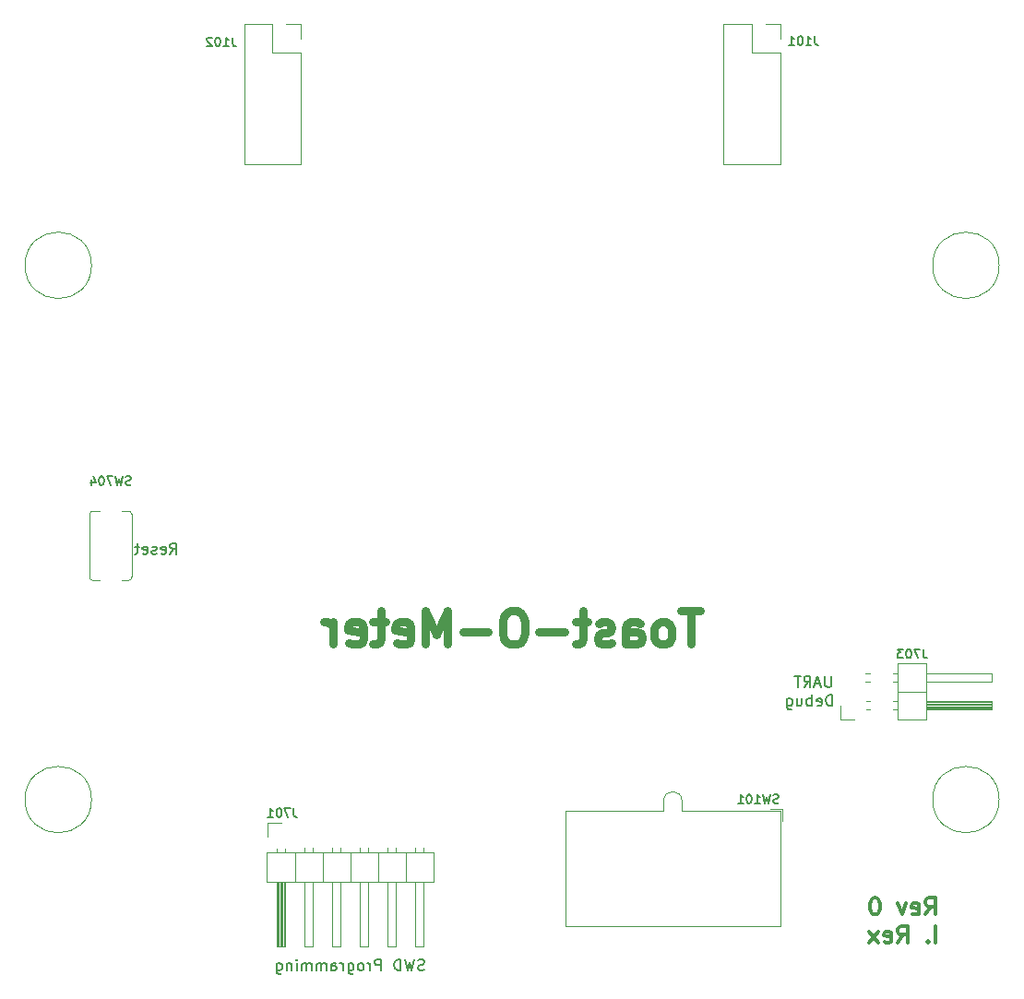
<source format=gbr>
%TF.GenerationSoftware,KiCad,Pcbnew,(5.1.6-0-10_14)*%
%TF.CreationDate,2020-11-20T20:27:55-06:00*%
%TF.ProjectId,Breadboard_DMM,42726561-6462-46f6-9172-645f444d4d2e,rev?*%
%TF.SameCoordinates,Original*%
%TF.FileFunction,Legend,Bot*%
%TF.FilePolarity,Positive*%
%FSLAX46Y46*%
G04 Gerber Fmt 4.6, Leading zero omitted, Abs format (unit mm)*
G04 Created by KiCad (PCBNEW (5.1.6-0-10_14)) date 2020-11-20 20:27:55*
%MOMM*%
%LPD*%
G01*
G04 APERTURE LIST*
%ADD10C,0.762000*%
%ADD11C,0.304800*%
%ADD12C,0.203200*%
%ADD13C,0.120000*%
G04 APERTURE END LIST*
D10*
X161925000Y-104883857D02*
X160183285Y-104883857D01*
X161054142Y-107931857D02*
X161054142Y-104883857D01*
X158731857Y-107931857D02*
X159022142Y-107786714D01*
X159167285Y-107641571D01*
X159312428Y-107351285D01*
X159312428Y-106480428D01*
X159167285Y-106190142D01*
X159022142Y-106045000D01*
X158731857Y-105899857D01*
X158296428Y-105899857D01*
X158006142Y-106045000D01*
X157861000Y-106190142D01*
X157715857Y-106480428D01*
X157715857Y-107351285D01*
X157861000Y-107641571D01*
X158006142Y-107786714D01*
X158296428Y-107931857D01*
X158731857Y-107931857D01*
X155103285Y-107931857D02*
X155103285Y-106335285D01*
X155248428Y-106045000D01*
X155538714Y-105899857D01*
X156119285Y-105899857D01*
X156409571Y-106045000D01*
X155103285Y-107786714D02*
X155393571Y-107931857D01*
X156119285Y-107931857D01*
X156409571Y-107786714D01*
X156554714Y-107496428D01*
X156554714Y-107206142D01*
X156409571Y-106915857D01*
X156119285Y-106770714D01*
X155393571Y-106770714D01*
X155103285Y-106625571D01*
X153797000Y-107786714D02*
X153506714Y-107931857D01*
X152926142Y-107931857D01*
X152635857Y-107786714D01*
X152490714Y-107496428D01*
X152490714Y-107351285D01*
X152635857Y-107061000D01*
X152926142Y-106915857D01*
X153361571Y-106915857D01*
X153651857Y-106770714D01*
X153797000Y-106480428D01*
X153797000Y-106335285D01*
X153651857Y-106045000D01*
X153361571Y-105899857D01*
X152926142Y-105899857D01*
X152635857Y-106045000D01*
X151619857Y-105899857D02*
X150458714Y-105899857D01*
X151184428Y-104883857D02*
X151184428Y-107496428D01*
X151039285Y-107786714D01*
X150749000Y-107931857D01*
X150458714Y-107931857D01*
X149442714Y-106770714D02*
X147120428Y-106770714D01*
X145088428Y-104883857D02*
X144507857Y-104883857D01*
X144217571Y-105029000D01*
X143927285Y-105319285D01*
X143782142Y-105899857D01*
X143782142Y-106915857D01*
X143927285Y-107496428D01*
X144217571Y-107786714D01*
X144507857Y-107931857D01*
X145088428Y-107931857D01*
X145378714Y-107786714D01*
X145669000Y-107496428D01*
X145814142Y-106915857D01*
X145814142Y-105899857D01*
X145669000Y-105319285D01*
X145378714Y-105029000D01*
X145088428Y-104883857D01*
X142475857Y-106770714D02*
X140153571Y-106770714D01*
X138702142Y-107931857D02*
X138702142Y-104883857D01*
X137686142Y-107061000D01*
X136670142Y-104883857D01*
X136670142Y-107931857D01*
X134057571Y-107786714D02*
X134347857Y-107931857D01*
X134928428Y-107931857D01*
X135218714Y-107786714D01*
X135363857Y-107496428D01*
X135363857Y-106335285D01*
X135218714Y-106045000D01*
X134928428Y-105899857D01*
X134347857Y-105899857D01*
X134057571Y-106045000D01*
X133912428Y-106335285D01*
X133912428Y-106625571D01*
X135363857Y-106915857D01*
X133041571Y-105899857D02*
X131880428Y-105899857D01*
X132606142Y-104883857D02*
X132606142Y-107496428D01*
X132461000Y-107786714D01*
X132170714Y-107931857D01*
X131880428Y-107931857D01*
X129703285Y-107786714D02*
X129993571Y-107931857D01*
X130574142Y-107931857D01*
X130864428Y-107786714D01*
X131009571Y-107496428D01*
X131009571Y-106335285D01*
X130864428Y-106045000D01*
X130574142Y-105899857D01*
X129993571Y-105899857D01*
X129703285Y-106045000D01*
X129558142Y-106335285D01*
X129558142Y-106625571D01*
X131009571Y-106915857D01*
X128251857Y-107931857D02*
X128251857Y-105899857D01*
X128251857Y-106480428D02*
X128106714Y-106190142D01*
X127961571Y-106045000D01*
X127671285Y-105899857D01*
X127381000Y-105899857D01*
D11*
X182606405Y-132744028D02*
X183114405Y-132018314D01*
X183477262Y-132744028D02*
X183477262Y-131220028D01*
X182896691Y-131220028D01*
X182751548Y-131292600D01*
X182678977Y-131365171D01*
X182606405Y-131510314D01*
X182606405Y-131728028D01*
X182678977Y-131873171D01*
X182751548Y-131945742D01*
X182896691Y-132018314D01*
X183477262Y-132018314D01*
X181372691Y-132671457D02*
X181517834Y-132744028D01*
X181808120Y-132744028D01*
X181953262Y-132671457D01*
X182025834Y-132526314D01*
X182025834Y-131945742D01*
X181953262Y-131800600D01*
X181808120Y-131728028D01*
X181517834Y-131728028D01*
X181372691Y-131800600D01*
X181300120Y-131945742D01*
X181300120Y-132090885D01*
X182025834Y-132236028D01*
X180792120Y-131728028D02*
X180429262Y-132744028D01*
X180066405Y-131728028D01*
X178034405Y-131220028D02*
X177889262Y-131220028D01*
X177744120Y-131292600D01*
X177671548Y-131365171D01*
X177598977Y-131510314D01*
X177526405Y-131800600D01*
X177526405Y-132163457D01*
X177598977Y-132453742D01*
X177671548Y-132598885D01*
X177744120Y-132671457D01*
X177889262Y-132744028D01*
X178034405Y-132744028D01*
X178179548Y-132671457D01*
X178252120Y-132598885D01*
X178324691Y-132453742D01*
X178397262Y-132163457D01*
X178397262Y-131800600D01*
X178324691Y-131510314D01*
X178252120Y-131365171D01*
X178179548Y-131292600D01*
X178034405Y-131220028D01*
X183549834Y-135334828D02*
X183549834Y-133810828D01*
X182824120Y-135189685D02*
X182751548Y-135262257D01*
X182824120Y-135334828D01*
X182896691Y-135262257D01*
X182824120Y-135189685D01*
X182824120Y-135334828D01*
X180066405Y-135334828D02*
X180574405Y-134609114D01*
X180937262Y-135334828D02*
X180937262Y-133810828D01*
X180356691Y-133810828D01*
X180211548Y-133883400D01*
X180138977Y-133955971D01*
X180066405Y-134101114D01*
X180066405Y-134318828D01*
X180138977Y-134463971D01*
X180211548Y-134536542D01*
X180356691Y-134609114D01*
X180937262Y-134609114D01*
X178832691Y-135262257D02*
X178977834Y-135334828D01*
X179268120Y-135334828D01*
X179413262Y-135262257D01*
X179485834Y-135117114D01*
X179485834Y-134536542D01*
X179413262Y-134391400D01*
X179268120Y-134318828D01*
X178977834Y-134318828D01*
X178832691Y-134391400D01*
X178760120Y-134536542D01*
X178760120Y-134681685D01*
X179485834Y-134826828D01*
X178252120Y-135334828D02*
X177453834Y-134318828D01*
X178252120Y-134318828D02*
X177453834Y-135334828D01*
D12*
X113271904Y-99646619D02*
X113610571Y-99162809D01*
X113852476Y-99646619D02*
X113852476Y-98630619D01*
X113465428Y-98630619D01*
X113368666Y-98679000D01*
X113320285Y-98727380D01*
X113271904Y-98824142D01*
X113271904Y-98969285D01*
X113320285Y-99066047D01*
X113368666Y-99114428D01*
X113465428Y-99162809D01*
X113852476Y-99162809D01*
X112449428Y-99598238D02*
X112546190Y-99646619D01*
X112739714Y-99646619D01*
X112836476Y-99598238D01*
X112884857Y-99501476D01*
X112884857Y-99114428D01*
X112836476Y-99017666D01*
X112739714Y-98969285D01*
X112546190Y-98969285D01*
X112449428Y-99017666D01*
X112401047Y-99114428D01*
X112401047Y-99211190D01*
X112884857Y-99307952D01*
X112014000Y-99598238D02*
X111917238Y-99646619D01*
X111723714Y-99646619D01*
X111626952Y-99598238D01*
X111578571Y-99501476D01*
X111578571Y-99453095D01*
X111626952Y-99356333D01*
X111723714Y-99307952D01*
X111868857Y-99307952D01*
X111965619Y-99259571D01*
X112014000Y-99162809D01*
X112014000Y-99114428D01*
X111965619Y-99017666D01*
X111868857Y-98969285D01*
X111723714Y-98969285D01*
X111626952Y-99017666D01*
X110756095Y-99598238D02*
X110852857Y-99646619D01*
X111046380Y-99646619D01*
X111143142Y-99598238D01*
X111191523Y-99501476D01*
X111191523Y-99114428D01*
X111143142Y-99017666D01*
X111046380Y-98969285D01*
X110852857Y-98969285D01*
X110756095Y-99017666D01*
X110707714Y-99114428D01*
X110707714Y-99211190D01*
X111191523Y-99307952D01*
X110417428Y-98969285D02*
X110030380Y-98969285D01*
X110272285Y-98630619D02*
X110272285Y-99501476D01*
X110223904Y-99598238D01*
X110127142Y-99646619D01*
X110030380Y-99646619D01*
X136591523Y-137825238D02*
X136446380Y-137873619D01*
X136204476Y-137873619D01*
X136107714Y-137825238D01*
X136059333Y-137776857D01*
X136010952Y-137680095D01*
X136010952Y-137583333D01*
X136059333Y-137486571D01*
X136107714Y-137438190D01*
X136204476Y-137389809D01*
X136398000Y-137341428D01*
X136494761Y-137293047D01*
X136543142Y-137244666D01*
X136591523Y-137147904D01*
X136591523Y-137051142D01*
X136543142Y-136954380D01*
X136494761Y-136906000D01*
X136398000Y-136857619D01*
X136156095Y-136857619D01*
X136010952Y-136906000D01*
X135672285Y-136857619D02*
X135430380Y-137873619D01*
X135236857Y-137147904D01*
X135043333Y-137873619D01*
X134801428Y-136857619D01*
X134414380Y-137873619D02*
X134414380Y-136857619D01*
X134172476Y-136857619D01*
X134027333Y-136906000D01*
X133930571Y-137002761D01*
X133882190Y-137099523D01*
X133833809Y-137293047D01*
X133833809Y-137438190D01*
X133882190Y-137631714D01*
X133930571Y-137728476D01*
X134027333Y-137825238D01*
X134172476Y-137873619D01*
X134414380Y-137873619D01*
X132624285Y-137873619D02*
X132624285Y-136857619D01*
X132237238Y-136857619D01*
X132140476Y-136906000D01*
X132092095Y-136954380D01*
X132043714Y-137051142D01*
X132043714Y-137196285D01*
X132092095Y-137293047D01*
X132140476Y-137341428D01*
X132237238Y-137389809D01*
X132624285Y-137389809D01*
X131608285Y-137873619D02*
X131608285Y-137196285D01*
X131608285Y-137389809D02*
X131559904Y-137293047D01*
X131511523Y-137244666D01*
X131414761Y-137196285D01*
X131318000Y-137196285D01*
X130834190Y-137873619D02*
X130930952Y-137825238D01*
X130979333Y-137776857D01*
X131027714Y-137680095D01*
X131027714Y-137389809D01*
X130979333Y-137293047D01*
X130930952Y-137244666D01*
X130834190Y-137196285D01*
X130689047Y-137196285D01*
X130592285Y-137244666D01*
X130543904Y-137293047D01*
X130495523Y-137389809D01*
X130495523Y-137680095D01*
X130543904Y-137776857D01*
X130592285Y-137825238D01*
X130689047Y-137873619D01*
X130834190Y-137873619D01*
X129624666Y-137196285D02*
X129624666Y-138018761D01*
X129673047Y-138115523D01*
X129721428Y-138163904D01*
X129818190Y-138212285D01*
X129963333Y-138212285D01*
X130060095Y-138163904D01*
X129624666Y-137825238D02*
X129721428Y-137873619D01*
X129914952Y-137873619D01*
X130011714Y-137825238D01*
X130060095Y-137776857D01*
X130108476Y-137680095D01*
X130108476Y-137389809D01*
X130060095Y-137293047D01*
X130011714Y-137244666D01*
X129914952Y-137196285D01*
X129721428Y-137196285D01*
X129624666Y-137244666D01*
X129140857Y-137873619D02*
X129140857Y-137196285D01*
X129140857Y-137389809D02*
X129092476Y-137293047D01*
X129044095Y-137244666D01*
X128947333Y-137196285D01*
X128850571Y-137196285D01*
X128076476Y-137873619D02*
X128076476Y-137341428D01*
X128124857Y-137244666D01*
X128221619Y-137196285D01*
X128415142Y-137196285D01*
X128511904Y-137244666D01*
X128076476Y-137825238D02*
X128173238Y-137873619D01*
X128415142Y-137873619D01*
X128511904Y-137825238D01*
X128560285Y-137728476D01*
X128560285Y-137631714D01*
X128511904Y-137534952D01*
X128415142Y-137486571D01*
X128173238Y-137486571D01*
X128076476Y-137438190D01*
X127592666Y-137873619D02*
X127592666Y-137196285D01*
X127592666Y-137293047D02*
X127544285Y-137244666D01*
X127447523Y-137196285D01*
X127302380Y-137196285D01*
X127205619Y-137244666D01*
X127157238Y-137341428D01*
X127157238Y-137873619D01*
X127157238Y-137341428D02*
X127108857Y-137244666D01*
X127012095Y-137196285D01*
X126866952Y-137196285D01*
X126770190Y-137244666D01*
X126721809Y-137341428D01*
X126721809Y-137873619D01*
X126238000Y-137873619D02*
X126238000Y-137196285D01*
X126238000Y-137293047D02*
X126189619Y-137244666D01*
X126092857Y-137196285D01*
X125947714Y-137196285D01*
X125850952Y-137244666D01*
X125802571Y-137341428D01*
X125802571Y-137873619D01*
X125802571Y-137341428D02*
X125754190Y-137244666D01*
X125657428Y-137196285D01*
X125512285Y-137196285D01*
X125415523Y-137244666D01*
X125367142Y-137341428D01*
X125367142Y-137873619D01*
X124883333Y-137873619D02*
X124883333Y-137196285D01*
X124883333Y-136857619D02*
X124931714Y-136906000D01*
X124883333Y-136954380D01*
X124834952Y-136906000D01*
X124883333Y-136857619D01*
X124883333Y-136954380D01*
X124399523Y-137196285D02*
X124399523Y-137873619D01*
X124399523Y-137293047D02*
X124351142Y-137244666D01*
X124254380Y-137196285D01*
X124109238Y-137196285D01*
X124012476Y-137244666D01*
X123964095Y-137341428D01*
X123964095Y-137873619D01*
X123044857Y-137196285D02*
X123044857Y-138018761D01*
X123093238Y-138115523D01*
X123141619Y-138163904D01*
X123238380Y-138212285D01*
X123383523Y-138212285D01*
X123480285Y-138163904D01*
X123044857Y-137825238D02*
X123141619Y-137873619D01*
X123335142Y-137873619D01*
X123431904Y-137825238D01*
X123480285Y-137776857D01*
X123528666Y-137680095D01*
X123528666Y-137389809D01*
X123480285Y-137293047D01*
X123431904Y-137244666D01*
X123335142Y-137196285D01*
X123141619Y-137196285D01*
X123044857Y-137244666D01*
X173965809Y-110848019D02*
X173965809Y-111670495D01*
X173917428Y-111767257D01*
X173869047Y-111815638D01*
X173772285Y-111864019D01*
X173578761Y-111864019D01*
X173482000Y-111815638D01*
X173433619Y-111767257D01*
X173385238Y-111670495D01*
X173385238Y-110848019D01*
X172949809Y-111573733D02*
X172466000Y-111573733D01*
X173046571Y-111864019D02*
X172707904Y-110848019D01*
X172369238Y-111864019D01*
X171450000Y-111864019D02*
X171788666Y-111380209D01*
X172030571Y-111864019D02*
X172030571Y-110848019D01*
X171643523Y-110848019D01*
X171546761Y-110896400D01*
X171498380Y-110944780D01*
X171450000Y-111041542D01*
X171450000Y-111186685D01*
X171498380Y-111283447D01*
X171546761Y-111331828D01*
X171643523Y-111380209D01*
X172030571Y-111380209D01*
X171159714Y-110848019D02*
X170579142Y-110848019D01*
X170869428Y-111864019D02*
X170869428Y-110848019D01*
X174038380Y-113591219D02*
X174038380Y-112575219D01*
X173796476Y-112575219D01*
X173651333Y-112623600D01*
X173554571Y-112720361D01*
X173506190Y-112817123D01*
X173457809Y-113010647D01*
X173457809Y-113155790D01*
X173506190Y-113349314D01*
X173554571Y-113446076D01*
X173651333Y-113542838D01*
X173796476Y-113591219D01*
X174038380Y-113591219D01*
X172635333Y-113542838D02*
X172732095Y-113591219D01*
X172925619Y-113591219D01*
X173022380Y-113542838D01*
X173070761Y-113446076D01*
X173070761Y-113059028D01*
X173022380Y-112962266D01*
X172925619Y-112913885D01*
X172732095Y-112913885D01*
X172635333Y-112962266D01*
X172586952Y-113059028D01*
X172586952Y-113155790D01*
X173070761Y-113252552D01*
X172151523Y-113591219D02*
X172151523Y-112575219D01*
X172151523Y-112962266D02*
X172054761Y-112913885D01*
X171861238Y-112913885D01*
X171764476Y-112962266D01*
X171716095Y-113010647D01*
X171667714Y-113107409D01*
X171667714Y-113397695D01*
X171716095Y-113494457D01*
X171764476Y-113542838D01*
X171861238Y-113591219D01*
X172054761Y-113591219D01*
X172151523Y-113542838D01*
X170796857Y-112913885D02*
X170796857Y-113591219D01*
X171232285Y-112913885D02*
X171232285Y-113446076D01*
X171183904Y-113542838D01*
X171087142Y-113591219D01*
X170942000Y-113591219D01*
X170845238Y-113542838D01*
X170796857Y-113494457D01*
X169877619Y-112913885D02*
X169877619Y-113736361D01*
X169926000Y-113833123D01*
X169974380Y-113881504D01*
X170071142Y-113929885D01*
X170216285Y-113929885D01*
X170313047Y-113881504D01*
X169877619Y-113542838D02*
X169974380Y-113591219D01*
X170167904Y-113591219D01*
X170264666Y-113542838D01*
X170313047Y-113494457D01*
X170361428Y-113397695D01*
X170361428Y-113107409D01*
X170313047Y-113010647D01*
X170264666Y-112962266D01*
X170167904Y-112913885D01*
X169974380Y-112913885D01*
X169877619Y-112962266D01*
D13*
%TO.C,DS701*%
X189360801Y-73154800D02*
G75*
G03*
X189360801Y-73154800I-3050000J0D01*
G01*
X189360801Y-122194799D02*
G75*
G03*
X189360801Y-122194799I-3050000J0D01*
G01*
X106060800Y-73154800D02*
G75*
G03*
X106060800Y-73154800I-3050000J0D01*
G01*
X106060801Y-122194799D02*
G75*
G03*
X106060801Y-122194799I-3050000J0D01*
G01*
%TO.C,J703*%
X174752000Y-114808000D02*
X176022000Y-114808000D01*
X174752000Y-113538000D02*
X174752000Y-114808000D01*
X177064929Y-110618000D02*
X177519071Y-110618000D01*
X177064929Y-111378000D02*
X177519071Y-111378000D01*
X179604929Y-110618000D02*
X180002000Y-110618000D01*
X179604929Y-111378000D02*
X180002000Y-111378000D01*
X188662000Y-110618000D02*
X182662000Y-110618000D01*
X188662000Y-111378000D02*
X188662000Y-110618000D01*
X182662000Y-111378000D02*
X188662000Y-111378000D01*
X180002000Y-112268000D02*
X182662000Y-112268000D01*
X177132000Y-113158000D02*
X177519071Y-113158000D01*
X177132000Y-113918000D02*
X177519071Y-113918000D01*
X179604929Y-113158000D02*
X180002000Y-113158000D01*
X179604929Y-113918000D02*
X180002000Y-113918000D01*
X182662000Y-113258000D02*
X188662000Y-113258000D01*
X182662000Y-113378000D02*
X188662000Y-113378000D01*
X182662000Y-113498000D02*
X188662000Y-113498000D01*
X182662000Y-113618000D02*
X188662000Y-113618000D01*
X182662000Y-113738000D02*
X188662000Y-113738000D01*
X182662000Y-113858000D02*
X188662000Y-113858000D01*
X188662000Y-113158000D02*
X182662000Y-113158000D01*
X188662000Y-113918000D02*
X188662000Y-113158000D01*
X182662000Y-113918000D02*
X188662000Y-113918000D01*
X182662000Y-114868000D02*
X180002000Y-114868000D01*
X182662000Y-109668000D02*
X182662000Y-114868000D01*
X180002000Y-109668000D02*
X182662000Y-109668000D01*
X180002000Y-114868000D02*
X180002000Y-109668000D01*
%TO.C,J701*%
X122174000Y-124333000D02*
X122174000Y-125603000D01*
X123444000Y-124333000D02*
X122174000Y-124333000D01*
X136524000Y-126645929D02*
X136524000Y-127043000D01*
X135764000Y-126645929D02*
X135764000Y-127043000D01*
X136524000Y-135703000D02*
X136524000Y-129703000D01*
X135764000Y-135703000D02*
X136524000Y-135703000D01*
X135764000Y-129703000D02*
X135764000Y-135703000D01*
X134874000Y-127043000D02*
X134874000Y-129703000D01*
X133984000Y-126645929D02*
X133984000Y-127043000D01*
X133224000Y-126645929D02*
X133224000Y-127043000D01*
X133984000Y-135703000D02*
X133984000Y-129703000D01*
X133224000Y-135703000D02*
X133984000Y-135703000D01*
X133224000Y-129703000D02*
X133224000Y-135703000D01*
X132334000Y-127043000D02*
X132334000Y-129703000D01*
X131444000Y-126645929D02*
X131444000Y-127043000D01*
X130684000Y-126645929D02*
X130684000Y-127043000D01*
X131444000Y-135703000D02*
X131444000Y-129703000D01*
X130684000Y-135703000D02*
X131444000Y-135703000D01*
X130684000Y-129703000D02*
X130684000Y-135703000D01*
X129794000Y-127043000D02*
X129794000Y-129703000D01*
X128904000Y-126645929D02*
X128904000Y-127043000D01*
X128144000Y-126645929D02*
X128144000Y-127043000D01*
X128904000Y-135703000D02*
X128904000Y-129703000D01*
X128144000Y-135703000D02*
X128904000Y-135703000D01*
X128144000Y-129703000D02*
X128144000Y-135703000D01*
X127254000Y-127043000D02*
X127254000Y-129703000D01*
X126364000Y-126645929D02*
X126364000Y-127043000D01*
X125604000Y-126645929D02*
X125604000Y-127043000D01*
X126364000Y-135703000D02*
X126364000Y-129703000D01*
X125604000Y-135703000D02*
X126364000Y-135703000D01*
X125604000Y-129703000D02*
X125604000Y-135703000D01*
X124714000Y-127043000D02*
X124714000Y-129703000D01*
X123824000Y-126713000D02*
X123824000Y-127043000D01*
X123064000Y-126713000D02*
X123064000Y-127043000D01*
X123724000Y-129703000D02*
X123724000Y-135703000D01*
X123604000Y-129703000D02*
X123604000Y-135703000D01*
X123484000Y-129703000D02*
X123484000Y-135703000D01*
X123364000Y-129703000D02*
X123364000Y-135703000D01*
X123244000Y-129703000D02*
X123244000Y-135703000D01*
X123124000Y-129703000D02*
X123124000Y-135703000D01*
X123824000Y-135703000D02*
X123824000Y-129703000D01*
X123064000Y-135703000D02*
X123824000Y-135703000D01*
X123064000Y-129703000D02*
X123064000Y-135703000D01*
X122114000Y-129703000D02*
X122114000Y-127043000D01*
X137474000Y-129703000D02*
X122114000Y-129703000D01*
X137474000Y-127043000D02*
X137474000Y-129703000D01*
X122114000Y-127043000D02*
X137474000Y-127043000D01*
%TO.C,SW101*%
X169462399Y-123037650D02*
X168355293Y-123037650D01*
X169462399Y-124144757D02*
X169462399Y-123037650D01*
X149558400Y-123237651D02*
X149558401Y-133797650D01*
X158575401Y-123237651D02*
X149558400Y-123237651D01*
X158575401Y-122294651D02*
X158575401Y-123237651D01*
X160245401Y-123237651D02*
X160245400Y-122294650D01*
X169262399Y-123237650D02*
X160245401Y-123237651D01*
X169262400Y-133797649D02*
X169262399Y-123237650D01*
X149558401Y-133797650D02*
X169262400Y-133797649D01*
X160245399Y-122294649D02*
G75*
G03*
X158575401Y-122294651I-834999J-1D01*
G01*
%TO.C,SW704*%
X106223001Y-95700607D02*
X106813000Y-95700607D01*
X108833001Y-95700608D02*
X109423000Y-95700608D01*
X108833015Y-102090355D02*
X109423014Y-102090355D01*
X109766368Y-101747001D02*
X109766368Y-96001327D01*
X105879647Y-96001219D02*
X105879647Y-101747001D01*
X106223001Y-102090354D02*
X106813000Y-102090354D01*
X109423014Y-102090355D02*
G75*
G03*
X109766368Y-101747001I0J343354D01*
G01*
X109766368Y-96001326D02*
G75*
G03*
X109423000Y-95700608I-343368J-45674D01*
G01*
X106223001Y-95700607D02*
G75*
G03*
X105879647Y-96001219I0J-346393D01*
G01*
X105879648Y-101747001D02*
G75*
G03*
X106223001Y-102090354I343353J0D01*
G01*
%TO.C,J102*%
X125260800Y-51039400D02*
X123930800Y-51039400D01*
X125260800Y-52369400D02*
X125260800Y-51039400D01*
X122660800Y-51039400D02*
X120060800Y-51039400D01*
X122660800Y-53639400D02*
X122660800Y-51039400D01*
X125260800Y-53639400D02*
X122660800Y-53639400D01*
X120060800Y-51039400D02*
X120060800Y-63859400D01*
X125260800Y-53639400D02*
X125260800Y-63859400D01*
X125260800Y-63859400D02*
X120060800Y-63859400D01*
%TO.C,J101*%
X169260800Y-51039400D02*
X167930800Y-51039400D01*
X169260800Y-52369400D02*
X169260800Y-51039400D01*
X166660800Y-51039400D02*
X164060800Y-51039400D01*
X166660800Y-53639400D02*
X166660800Y-51039400D01*
X169260800Y-53639400D02*
X166660800Y-53639400D01*
X164060800Y-51039400D02*
X164060800Y-63859400D01*
X169260800Y-53639400D02*
X169260800Y-63859400D01*
X169260800Y-63859400D02*
X164060800Y-63859400D01*
%TO.C,J703*%
D12*
X182401028Y-108393895D02*
X182401028Y-108974466D01*
X182439733Y-109090580D01*
X182517142Y-109167990D01*
X182633257Y-109206695D01*
X182710666Y-109206695D01*
X182091390Y-108393895D02*
X181549523Y-108393895D01*
X181897866Y-109206695D01*
X181085066Y-108393895D02*
X181007657Y-108393895D01*
X180930247Y-108432600D01*
X180891542Y-108471304D01*
X180852838Y-108548714D01*
X180814133Y-108703533D01*
X180814133Y-108897057D01*
X180852838Y-109051876D01*
X180891542Y-109129285D01*
X180930247Y-109167990D01*
X181007657Y-109206695D01*
X181085066Y-109206695D01*
X181162476Y-109167990D01*
X181201180Y-109129285D01*
X181239885Y-109051876D01*
X181278590Y-108897057D01*
X181278590Y-108703533D01*
X181239885Y-108548714D01*
X181201180Y-108471304D01*
X181162476Y-108432600D01*
X181085066Y-108393895D01*
X180543200Y-108393895D02*
X180040038Y-108393895D01*
X180310971Y-108703533D01*
X180194857Y-108703533D01*
X180117447Y-108742238D01*
X180078742Y-108780942D01*
X180040038Y-108858352D01*
X180040038Y-109051876D01*
X180078742Y-109129285D01*
X180117447Y-109167990D01*
X180194857Y-109206695D01*
X180427085Y-109206695D01*
X180504495Y-109167990D01*
X180543200Y-109129285D01*
%TO.C,J701*%
X124616028Y-122998895D02*
X124616028Y-123579466D01*
X124654733Y-123695580D01*
X124732142Y-123772990D01*
X124848257Y-123811695D01*
X124925666Y-123811695D01*
X124306390Y-122998895D02*
X123764523Y-122998895D01*
X124112866Y-123811695D01*
X123300066Y-122998895D02*
X123222657Y-122998895D01*
X123145247Y-123037600D01*
X123106542Y-123076304D01*
X123067838Y-123153714D01*
X123029133Y-123308533D01*
X123029133Y-123502057D01*
X123067838Y-123656876D01*
X123106542Y-123734285D01*
X123145247Y-123772990D01*
X123222657Y-123811695D01*
X123300066Y-123811695D01*
X123377476Y-123772990D01*
X123416180Y-123734285D01*
X123454885Y-123656876D01*
X123493590Y-123502057D01*
X123493590Y-123308533D01*
X123454885Y-123153714D01*
X123416180Y-123076304D01*
X123377476Y-123037600D01*
X123300066Y-122998895D01*
X122255038Y-123811695D02*
X122719495Y-123811695D01*
X122487266Y-123811695D02*
X122487266Y-122998895D01*
X122564676Y-123115009D01*
X122642085Y-123192419D01*
X122719495Y-123231123D01*
%TO.C,SW101*%
X169116828Y-122502990D02*
X169000714Y-122541695D01*
X168807190Y-122541695D01*
X168729780Y-122502990D01*
X168691076Y-122464285D01*
X168652371Y-122386876D01*
X168652371Y-122309466D01*
X168691076Y-122232057D01*
X168729780Y-122193352D01*
X168807190Y-122154647D01*
X168962009Y-122115942D01*
X169039419Y-122077238D01*
X169078123Y-122038533D01*
X169116828Y-121961123D01*
X169116828Y-121883714D01*
X169078123Y-121806304D01*
X169039419Y-121767600D01*
X168962009Y-121728895D01*
X168768485Y-121728895D01*
X168652371Y-121767600D01*
X168381438Y-121728895D02*
X168187914Y-122541695D01*
X168033095Y-121961123D01*
X167878276Y-122541695D01*
X167684752Y-121728895D01*
X166949361Y-122541695D02*
X167413819Y-122541695D01*
X167181590Y-122541695D02*
X167181590Y-121728895D01*
X167259000Y-121845009D01*
X167336409Y-121922419D01*
X167413819Y-121961123D01*
X166446200Y-121728895D02*
X166368790Y-121728895D01*
X166291380Y-121767600D01*
X166252676Y-121806304D01*
X166213971Y-121883714D01*
X166175266Y-122038533D01*
X166175266Y-122232057D01*
X166213971Y-122386876D01*
X166252676Y-122464285D01*
X166291380Y-122502990D01*
X166368790Y-122541695D01*
X166446200Y-122541695D01*
X166523609Y-122502990D01*
X166562314Y-122464285D01*
X166601019Y-122386876D01*
X166639723Y-122232057D01*
X166639723Y-122038533D01*
X166601019Y-121883714D01*
X166562314Y-121806304D01*
X166523609Y-121767600D01*
X166446200Y-121728895D01*
X165401171Y-122541695D02*
X165865628Y-122541695D01*
X165633400Y-122541695D02*
X165633400Y-121728895D01*
X165710809Y-121845009D01*
X165788219Y-121922419D01*
X165865628Y-121961123D01*
%TO.C,SW704*%
X109680828Y-93292990D02*
X109564714Y-93331695D01*
X109371190Y-93331695D01*
X109293780Y-93292990D01*
X109255076Y-93254285D01*
X109216371Y-93176876D01*
X109216371Y-93099466D01*
X109255076Y-93022057D01*
X109293780Y-92983352D01*
X109371190Y-92944647D01*
X109526009Y-92905942D01*
X109603419Y-92867238D01*
X109642123Y-92828533D01*
X109680828Y-92751123D01*
X109680828Y-92673714D01*
X109642123Y-92596304D01*
X109603419Y-92557600D01*
X109526009Y-92518895D01*
X109332485Y-92518895D01*
X109216371Y-92557600D01*
X108945438Y-92518895D02*
X108751914Y-93331695D01*
X108597095Y-92751123D01*
X108442276Y-93331695D01*
X108248752Y-92518895D01*
X108016523Y-92518895D02*
X107474657Y-92518895D01*
X107823000Y-93331695D01*
X107010200Y-92518895D02*
X106932790Y-92518895D01*
X106855380Y-92557600D01*
X106816676Y-92596304D01*
X106777971Y-92673714D01*
X106739266Y-92828533D01*
X106739266Y-93022057D01*
X106777971Y-93176876D01*
X106816676Y-93254285D01*
X106855380Y-93292990D01*
X106932790Y-93331695D01*
X107010200Y-93331695D01*
X107087609Y-93292990D01*
X107126314Y-93254285D01*
X107165019Y-93176876D01*
X107203723Y-93022057D01*
X107203723Y-92828533D01*
X107165019Y-92673714D01*
X107126314Y-92596304D01*
X107087609Y-92557600D01*
X107010200Y-92518895D01*
X106042580Y-92789828D02*
X106042580Y-93331695D01*
X106236104Y-92480190D02*
X106429628Y-93060761D01*
X105926466Y-93060761D01*
%TO.C,J102*%
X119002628Y-52234495D02*
X119002628Y-52815066D01*
X119041333Y-52931180D01*
X119118742Y-53008590D01*
X119234857Y-53047295D01*
X119312266Y-53047295D01*
X118189828Y-53047295D02*
X118654285Y-53047295D01*
X118422057Y-53047295D02*
X118422057Y-52234495D01*
X118499466Y-52350609D01*
X118576876Y-52428019D01*
X118654285Y-52466723D01*
X117686666Y-52234495D02*
X117609257Y-52234495D01*
X117531847Y-52273200D01*
X117493142Y-52311904D01*
X117454438Y-52389314D01*
X117415733Y-52544133D01*
X117415733Y-52737657D01*
X117454438Y-52892476D01*
X117493142Y-52969885D01*
X117531847Y-53008590D01*
X117609257Y-53047295D01*
X117686666Y-53047295D01*
X117764076Y-53008590D01*
X117802780Y-52969885D01*
X117841485Y-52892476D01*
X117880190Y-52737657D01*
X117880190Y-52544133D01*
X117841485Y-52389314D01*
X117802780Y-52311904D01*
X117764076Y-52273200D01*
X117686666Y-52234495D01*
X117106095Y-52311904D02*
X117067390Y-52273200D01*
X116989980Y-52234495D01*
X116796457Y-52234495D01*
X116719047Y-52273200D01*
X116680342Y-52311904D01*
X116641638Y-52389314D01*
X116641638Y-52466723D01*
X116680342Y-52582838D01*
X117144800Y-53047295D01*
X116641638Y-53047295D01*
%TO.C,J101*%
X172444228Y-52132895D02*
X172444228Y-52713466D01*
X172482933Y-52829580D01*
X172560342Y-52906990D01*
X172676457Y-52945695D01*
X172753866Y-52945695D01*
X171631428Y-52945695D02*
X172095885Y-52945695D01*
X171863657Y-52945695D02*
X171863657Y-52132895D01*
X171941066Y-52249009D01*
X172018476Y-52326419D01*
X172095885Y-52365123D01*
X171128266Y-52132895D02*
X171050857Y-52132895D01*
X170973447Y-52171600D01*
X170934742Y-52210304D01*
X170896038Y-52287714D01*
X170857333Y-52442533D01*
X170857333Y-52636057D01*
X170896038Y-52790876D01*
X170934742Y-52868285D01*
X170973447Y-52906990D01*
X171050857Y-52945695D01*
X171128266Y-52945695D01*
X171205676Y-52906990D01*
X171244380Y-52868285D01*
X171283085Y-52790876D01*
X171321790Y-52636057D01*
X171321790Y-52442533D01*
X171283085Y-52287714D01*
X171244380Y-52210304D01*
X171205676Y-52171600D01*
X171128266Y-52132895D01*
X170083238Y-52945695D02*
X170547695Y-52945695D01*
X170315466Y-52945695D02*
X170315466Y-52132895D01*
X170392876Y-52249009D01*
X170470285Y-52326419D01*
X170547695Y-52365123D01*
%TD*%
M02*

</source>
